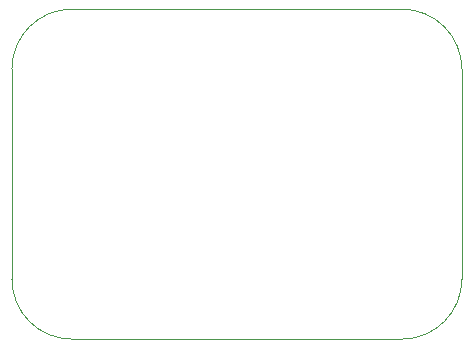
<source format=gbr>
%TF.GenerationSoftware,KiCad,Pcbnew,7.0.7*%
%TF.CreationDate,2025-01-01T11:59:36+10:30*%
%TF.ProjectId,V9261F_Breakout,56393236-3146-45f4-9272-65616b6f7574,rev?*%
%TF.SameCoordinates,Original*%
%TF.FileFunction,Profile,NP*%
%FSLAX46Y46*%
G04 Gerber Fmt 4.6, Leading zero omitted, Abs format (unit mm)*
G04 Created by KiCad (PCBNEW 7.0.7) date 2025-01-01 11:59:36*
%MOMM*%
%LPD*%
G01*
G04 APERTURE LIST*
%TA.AperFunction,Profile*%
%ADD10C,0.100000*%
%TD*%
G04 APERTURE END LIST*
D10*
X137160000Y-73660000D02*
X165100000Y-73660000D01*
X132080000Y-78740000D02*
X132080000Y-96520000D01*
X137160000Y-73660000D02*
G75*
G03*
X132080000Y-78740000I0J-5080000D01*
G01*
X170180000Y-78740000D02*
X170180000Y-96520000D01*
X132080000Y-96520000D02*
G75*
G03*
X137160000Y-101600000I5080000J0D01*
G01*
X137160000Y-101600000D02*
X165100000Y-101600000D01*
X170180000Y-78740000D02*
G75*
G03*
X165100000Y-73660000I-5080000J0D01*
G01*
X165100000Y-101600000D02*
G75*
G03*
X170180000Y-96520000I0J5080000D01*
G01*
M02*

</source>
